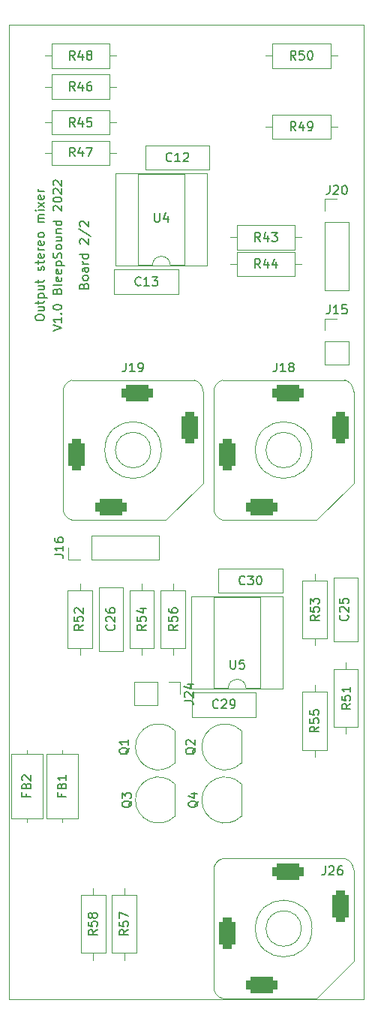
<source format=gto>
G04 #@! TF.GenerationSoftware,KiCad,Pcbnew,(6.0.0)*
G04 #@! TF.CreationDate,2022-04-30T23:24:42+02:00*
G04 #@! TF.ProjectId,Output-mixer,4f757470-7574-42d6-9d69-7865722e6b69,rev?*
G04 #@! TF.SameCoordinates,Original*
G04 #@! TF.FileFunction,Legend,Top*
G04 #@! TF.FilePolarity,Positive*
%FSLAX46Y46*%
G04 Gerber Fmt 4.6, Leading zero omitted, Abs format (unit mm)*
G04 Created by KiCad (PCBNEW (6.0.0)) date 2022-04-30 23:24:42*
%MOMM*%
%LPD*%
G01*
G04 APERTURE LIST*
G04 Aperture macros list*
%AMRoundRect*
0 Rectangle with rounded corners*
0 $1 Rounding radius*
0 $2 $3 $4 $5 $6 $7 $8 $9 X,Y pos of 4 corners*
0 Add a 4 corners polygon primitive as box body*
4,1,4,$2,$3,$4,$5,$6,$7,$8,$9,$2,$3,0*
0 Add four circle primitives for the rounded corners*
1,1,$1+$1,$2,$3*
1,1,$1+$1,$4,$5*
1,1,$1+$1,$6,$7*
1,1,$1+$1,$8,$9*
0 Add four rect primitives between the rounded corners*
20,1,$1+$1,$2,$3,$4,$5,0*
20,1,$1+$1,$4,$5,$6,$7,0*
20,1,$1+$1,$6,$7,$8,$9,0*
20,1,$1+$1,$8,$9,$2,$3,0*%
G04 Aperture macros list end*
G04 #@! TA.AperFunction,Profile*
%ADD10C,0.050000*%
G04 #@! TD*
%ADD11C,0.150000*%
%ADD12C,0.120000*%
%ADD13C,1.600000*%
%ADD14O,1.600000X1.600000*%
%ADD15RoundRect,0.475000X-0.475000X1.275000X-0.475000X-1.275000X0.475000X-1.275000X0.475000X1.275000X0*%
%ADD16RoundRect,0.475000X1.275000X0.475000X-1.275000X0.475000X-1.275000X-0.475000X1.275000X-0.475000X0*%
%ADD17RoundRect,0.475000X-0.565685X-1.237437X1.237437X0.565685X0.565685X1.237437X-1.237437X-0.565685X0*%
%ADD18RoundRect,0.475000X0.475000X-1.275000X0.475000X1.275000X-0.475000X1.275000X-0.475000X-1.275000X0*%
%ADD19R,1.700000X1.700000*%
%ADD20O,1.700000X1.700000*%
%ADD21R,1.500000X1.050000*%
%ADD22O,1.500000X1.050000*%
%ADD23C,3.200000*%
%ADD24R,1.600000X1.600000*%
G04 APERTURE END LIST*
D10*
X161500000Y-31000000D02*
X161500000Y-141000000D01*
X161500000Y-31000000D02*
X201500000Y-31000000D01*
X201500000Y-141000000D02*
X161500000Y-141000000D01*
X201500000Y-31000000D02*
X201500000Y-141000000D01*
D11*
X166452380Y-65547619D02*
X167452380Y-65214285D01*
X166452380Y-64880952D01*
X167452380Y-64023809D02*
X167452380Y-64595238D01*
X167452380Y-64309523D02*
X166452380Y-64309523D01*
X166595238Y-64404761D01*
X166690476Y-64500000D01*
X166738095Y-64595238D01*
X167357142Y-63595238D02*
X167404761Y-63547619D01*
X167452380Y-63595238D01*
X167404761Y-63642857D01*
X167357142Y-63595238D01*
X167452380Y-63595238D01*
X166452380Y-62928571D02*
X166452380Y-62833333D01*
X166500000Y-62738095D01*
X166547619Y-62690476D01*
X166642857Y-62642857D01*
X166833333Y-62595238D01*
X167071428Y-62595238D01*
X167261904Y-62642857D01*
X167357142Y-62690476D01*
X167404761Y-62738095D01*
X167452380Y-62833333D01*
X167452380Y-62928571D01*
X167404761Y-63023809D01*
X167357142Y-63071428D01*
X167261904Y-63119047D01*
X167071428Y-63166666D01*
X166833333Y-63166666D01*
X166642857Y-63119047D01*
X166547619Y-63071428D01*
X166500000Y-63023809D01*
X166452380Y-62928571D01*
X166928571Y-61071428D02*
X166976190Y-60928571D01*
X167023809Y-60880952D01*
X167119047Y-60833333D01*
X167261904Y-60833333D01*
X167357142Y-60880952D01*
X167404761Y-60928571D01*
X167452380Y-61023809D01*
X167452380Y-61404761D01*
X166452380Y-61404761D01*
X166452380Y-61071428D01*
X166500000Y-60976190D01*
X166547619Y-60928571D01*
X166642857Y-60880952D01*
X166738095Y-60880952D01*
X166833333Y-60928571D01*
X166880952Y-60976190D01*
X166928571Y-61071428D01*
X166928571Y-61404761D01*
X167452380Y-60261904D02*
X167404761Y-60357142D01*
X167309523Y-60404761D01*
X166452380Y-60404761D01*
X167404761Y-59500000D02*
X167452380Y-59595238D01*
X167452380Y-59785714D01*
X167404761Y-59880952D01*
X167309523Y-59928571D01*
X166928571Y-59928571D01*
X166833333Y-59880952D01*
X166785714Y-59785714D01*
X166785714Y-59595238D01*
X166833333Y-59500000D01*
X166928571Y-59452380D01*
X167023809Y-59452380D01*
X167119047Y-59928571D01*
X167404761Y-58642857D02*
X167452380Y-58738095D01*
X167452380Y-58928571D01*
X167404761Y-59023809D01*
X167309523Y-59071428D01*
X166928571Y-59071428D01*
X166833333Y-59023809D01*
X166785714Y-58928571D01*
X166785714Y-58738095D01*
X166833333Y-58642857D01*
X166928571Y-58595238D01*
X167023809Y-58595238D01*
X167119047Y-59071428D01*
X166785714Y-58166666D02*
X167785714Y-58166666D01*
X166833333Y-58166666D02*
X166785714Y-58071428D01*
X166785714Y-57880952D01*
X166833333Y-57785714D01*
X166880952Y-57738095D01*
X166976190Y-57690476D01*
X167261904Y-57690476D01*
X167357142Y-57738095D01*
X167404761Y-57785714D01*
X167452380Y-57880952D01*
X167452380Y-58071428D01*
X167404761Y-58166666D01*
X167404761Y-57309523D02*
X167452380Y-57166666D01*
X167452380Y-56928571D01*
X167404761Y-56833333D01*
X167357142Y-56785714D01*
X167261904Y-56738095D01*
X167166666Y-56738095D01*
X167071428Y-56785714D01*
X167023809Y-56833333D01*
X166976190Y-56928571D01*
X166928571Y-57119047D01*
X166880952Y-57214285D01*
X166833333Y-57261904D01*
X166738095Y-57309523D01*
X166642857Y-57309523D01*
X166547619Y-57261904D01*
X166500000Y-57214285D01*
X166452380Y-57119047D01*
X166452380Y-56880952D01*
X166500000Y-56738095D01*
X167452380Y-56166666D02*
X167404761Y-56261904D01*
X167357142Y-56309523D01*
X167261904Y-56357142D01*
X166976190Y-56357142D01*
X166880952Y-56309523D01*
X166833333Y-56261904D01*
X166785714Y-56166666D01*
X166785714Y-56023809D01*
X166833333Y-55928571D01*
X166880952Y-55880952D01*
X166976190Y-55833333D01*
X167261904Y-55833333D01*
X167357142Y-55880952D01*
X167404761Y-55928571D01*
X167452380Y-56023809D01*
X167452380Y-56166666D01*
X166785714Y-54976190D02*
X167452380Y-54976190D01*
X166785714Y-55404761D02*
X167309523Y-55404761D01*
X167404761Y-55357142D01*
X167452380Y-55261904D01*
X167452380Y-55119047D01*
X167404761Y-55023809D01*
X167357142Y-54976190D01*
X166785714Y-54500000D02*
X167452380Y-54500000D01*
X166880952Y-54500000D02*
X166833333Y-54452380D01*
X166785714Y-54357142D01*
X166785714Y-54214285D01*
X166833333Y-54119047D01*
X166928571Y-54071428D01*
X167452380Y-54071428D01*
X167452380Y-53166666D02*
X166452380Y-53166666D01*
X167404761Y-53166666D02*
X167452380Y-53261904D01*
X167452380Y-53452380D01*
X167404761Y-53547619D01*
X167357142Y-53595238D01*
X167261904Y-53642857D01*
X166976190Y-53642857D01*
X166880952Y-53595238D01*
X166833333Y-53547619D01*
X166785714Y-53452380D01*
X166785714Y-53261904D01*
X166833333Y-53166666D01*
X166547619Y-51976190D02*
X166500000Y-51928571D01*
X166452380Y-51833333D01*
X166452380Y-51595238D01*
X166500000Y-51500000D01*
X166547619Y-51452380D01*
X166642857Y-51404761D01*
X166738095Y-51404761D01*
X166880952Y-51452380D01*
X167452380Y-52023809D01*
X167452380Y-51404761D01*
X166452380Y-50785714D02*
X166452380Y-50690476D01*
X166500000Y-50595238D01*
X166547619Y-50547619D01*
X166642857Y-50500000D01*
X166833333Y-50452380D01*
X167071428Y-50452380D01*
X167261904Y-50500000D01*
X167357142Y-50547619D01*
X167404761Y-50595238D01*
X167452380Y-50690476D01*
X167452380Y-50785714D01*
X167404761Y-50880952D01*
X167357142Y-50928571D01*
X167261904Y-50976190D01*
X167071428Y-51023809D01*
X166833333Y-51023809D01*
X166642857Y-50976190D01*
X166547619Y-50928571D01*
X166500000Y-50880952D01*
X166452380Y-50785714D01*
X166547619Y-50071428D02*
X166500000Y-50023809D01*
X166452380Y-49928571D01*
X166452380Y-49690476D01*
X166500000Y-49595238D01*
X166547619Y-49547619D01*
X166642857Y-49500000D01*
X166738095Y-49500000D01*
X166880952Y-49547619D01*
X167452380Y-50119047D01*
X167452380Y-49500000D01*
X166547619Y-49119047D02*
X166500000Y-49071428D01*
X166452380Y-48976190D01*
X166452380Y-48738095D01*
X166500000Y-48642857D01*
X166547619Y-48595238D01*
X166642857Y-48547619D01*
X166738095Y-48547619D01*
X166880952Y-48595238D01*
X167452380Y-49166666D01*
X167452380Y-48547619D01*
X164452380Y-64142857D02*
X164452380Y-63952380D01*
X164500000Y-63857142D01*
X164595238Y-63761904D01*
X164785714Y-63714285D01*
X165119047Y-63714285D01*
X165309523Y-63761904D01*
X165404761Y-63857142D01*
X165452380Y-63952380D01*
X165452380Y-64142857D01*
X165404761Y-64238095D01*
X165309523Y-64333333D01*
X165119047Y-64380952D01*
X164785714Y-64380952D01*
X164595238Y-64333333D01*
X164500000Y-64238095D01*
X164452380Y-64142857D01*
X164785714Y-62857142D02*
X165452380Y-62857142D01*
X164785714Y-63285714D02*
X165309523Y-63285714D01*
X165404761Y-63238095D01*
X165452380Y-63142857D01*
X165452380Y-63000000D01*
X165404761Y-62904761D01*
X165357142Y-62857142D01*
X164785714Y-62523809D02*
X164785714Y-62142857D01*
X164452380Y-62380952D02*
X165309523Y-62380952D01*
X165404761Y-62333333D01*
X165452380Y-62238095D01*
X165452380Y-62142857D01*
X164785714Y-61809523D02*
X165785714Y-61809523D01*
X164833333Y-61809523D02*
X164785714Y-61714285D01*
X164785714Y-61523809D01*
X164833333Y-61428571D01*
X164880952Y-61380952D01*
X164976190Y-61333333D01*
X165261904Y-61333333D01*
X165357142Y-61380952D01*
X165404761Y-61428571D01*
X165452380Y-61523809D01*
X165452380Y-61714285D01*
X165404761Y-61809523D01*
X164785714Y-60476190D02*
X165452380Y-60476190D01*
X164785714Y-60904761D02*
X165309523Y-60904761D01*
X165404761Y-60857142D01*
X165452380Y-60761904D01*
X165452380Y-60619047D01*
X165404761Y-60523809D01*
X165357142Y-60476190D01*
X164785714Y-60142857D02*
X164785714Y-59761904D01*
X164452380Y-60000000D02*
X165309523Y-60000000D01*
X165404761Y-59952380D01*
X165452380Y-59857142D01*
X165452380Y-59761904D01*
X165404761Y-58714285D02*
X165452380Y-58619047D01*
X165452380Y-58428571D01*
X165404761Y-58333333D01*
X165309523Y-58285714D01*
X165261904Y-58285714D01*
X165166666Y-58333333D01*
X165119047Y-58428571D01*
X165119047Y-58571428D01*
X165071428Y-58666666D01*
X164976190Y-58714285D01*
X164928571Y-58714285D01*
X164833333Y-58666666D01*
X164785714Y-58571428D01*
X164785714Y-58428571D01*
X164833333Y-58333333D01*
X164785714Y-58000000D02*
X164785714Y-57619047D01*
X164452380Y-57857142D02*
X165309523Y-57857142D01*
X165404761Y-57809523D01*
X165452380Y-57714285D01*
X165452380Y-57619047D01*
X165404761Y-56904761D02*
X165452380Y-57000000D01*
X165452380Y-57190476D01*
X165404761Y-57285714D01*
X165309523Y-57333333D01*
X164928571Y-57333333D01*
X164833333Y-57285714D01*
X164785714Y-57190476D01*
X164785714Y-57000000D01*
X164833333Y-56904761D01*
X164928571Y-56857142D01*
X165023809Y-56857142D01*
X165119047Y-57333333D01*
X165452380Y-56428571D02*
X164785714Y-56428571D01*
X164976190Y-56428571D02*
X164880952Y-56380952D01*
X164833333Y-56333333D01*
X164785714Y-56238095D01*
X164785714Y-56142857D01*
X165404761Y-55428571D02*
X165452380Y-55523809D01*
X165452380Y-55714285D01*
X165404761Y-55809523D01*
X165309523Y-55857142D01*
X164928571Y-55857142D01*
X164833333Y-55809523D01*
X164785714Y-55714285D01*
X164785714Y-55523809D01*
X164833333Y-55428571D01*
X164928571Y-55380952D01*
X165023809Y-55380952D01*
X165119047Y-55857142D01*
X165452380Y-54809523D02*
X165404761Y-54904761D01*
X165357142Y-54952380D01*
X165261904Y-55000000D01*
X164976190Y-55000000D01*
X164880952Y-54952380D01*
X164833333Y-54904761D01*
X164785714Y-54809523D01*
X164785714Y-54666666D01*
X164833333Y-54571428D01*
X164880952Y-54523809D01*
X164976190Y-54476190D01*
X165261904Y-54476190D01*
X165357142Y-54523809D01*
X165404761Y-54571428D01*
X165452380Y-54666666D01*
X165452380Y-54809523D01*
X165452380Y-53285714D02*
X164785714Y-53285714D01*
X164880952Y-53285714D02*
X164833333Y-53238095D01*
X164785714Y-53142857D01*
X164785714Y-53000000D01*
X164833333Y-52904761D01*
X164928571Y-52857142D01*
X165452380Y-52857142D01*
X164928571Y-52857142D02*
X164833333Y-52809523D01*
X164785714Y-52714285D01*
X164785714Y-52571428D01*
X164833333Y-52476190D01*
X164928571Y-52428571D01*
X165452380Y-52428571D01*
X165452380Y-51952380D02*
X164785714Y-51952380D01*
X164452380Y-51952380D02*
X164500000Y-52000000D01*
X164547619Y-51952380D01*
X164500000Y-51904761D01*
X164452380Y-51952380D01*
X164547619Y-51952380D01*
X165452380Y-51571428D02*
X164785714Y-51047619D01*
X164785714Y-51571428D02*
X165452380Y-51047619D01*
X165404761Y-50285714D02*
X165452380Y-50380952D01*
X165452380Y-50571428D01*
X165404761Y-50666666D01*
X165309523Y-50714285D01*
X164928571Y-50714285D01*
X164833333Y-50666666D01*
X164785714Y-50571428D01*
X164785714Y-50380952D01*
X164833333Y-50285714D01*
X164928571Y-50238095D01*
X165023809Y-50238095D01*
X165119047Y-50714285D01*
X165452380Y-49809523D02*
X164785714Y-49809523D01*
X164976190Y-49809523D02*
X164880952Y-49761904D01*
X164833333Y-49714285D01*
X164785714Y-49619047D01*
X164785714Y-49523809D01*
X169928571Y-60452380D02*
X169976190Y-60309523D01*
X170023809Y-60261904D01*
X170119047Y-60214285D01*
X170261904Y-60214285D01*
X170357142Y-60261904D01*
X170404761Y-60309523D01*
X170452380Y-60404761D01*
X170452380Y-60785714D01*
X169452380Y-60785714D01*
X169452380Y-60452380D01*
X169500000Y-60357142D01*
X169547619Y-60309523D01*
X169642857Y-60261904D01*
X169738095Y-60261904D01*
X169833333Y-60309523D01*
X169880952Y-60357142D01*
X169928571Y-60452380D01*
X169928571Y-60785714D01*
X170452380Y-59642857D02*
X170404761Y-59738095D01*
X170357142Y-59785714D01*
X170261904Y-59833333D01*
X169976190Y-59833333D01*
X169880952Y-59785714D01*
X169833333Y-59738095D01*
X169785714Y-59642857D01*
X169785714Y-59500000D01*
X169833333Y-59404761D01*
X169880952Y-59357142D01*
X169976190Y-59309523D01*
X170261904Y-59309523D01*
X170357142Y-59357142D01*
X170404761Y-59404761D01*
X170452380Y-59500000D01*
X170452380Y-59642857D01*
X170452380Y-58452380D02*
X169928571Y-58452380D01*
X169833333Y-58500000D01*
X169785714Y-58595238D01*
X169785714Y-58785714D01*
X169833333Y-58880952D01*
X170404761Y-58452380D02*
X170452380Y-58547619D01*
X170452380Y-58785714D01*
X170404761Y-58880952D01*
X170309523Y-58928571D01*
X170214285Y-58928571D01*
X170119047Y-58880952D01*
X170071428Y-58785714D01*
X170071428Y-58547619D01*
X170023809Y-58452380D01*
X170452380Y-57976190D02*
X169785714Y-57976190D01*
X169976190Y-57976190D02*
X169880952Y-57928571D01*
X169833333Y-57880952D01*
X169785714Y-57785714D01*
X169785714Y-57690476D01*
X170452380Y-56928571D02*
X169452380Y-56928571D01*
X170404761Y-56928571D02*
X170452380Y-57023809D01*
X170452380Y-57214285D01*
X170404761Y-57309523D01*
X170357142Y-57357142D01*
X170261904Y-57404761D01*
X169976190Y-57404761D01*
X169880952Y-57357142D01*
X169833333Y-57309523D01*
X169785714Y-57214285D01*
X169785714Y-57023809D01*
X169833333Y-56928571D01*
X169547619Y-55738095D02*
X169500000Y-55690476D01*
X169452380Y-55595238D01*
X169452380Y-55357142D01*
X169500000Y-55261904D01*
X169547619Y-55214285D01*
X169642857Y-55166666D01*
X169738095Y-55166666D01*
X169880952Y-55214285D01*
X170452380Y-55785714D01*
X170452380Y-55166666D01*
X169404761Y-54023809D02*
X170690476Y-54880952D01*
X169547619Y-53738095D02*
X169500000Y-53690476D01*
X169452380Y-53595238D01*
X169452380Y-53357142D01*
X169500000Y-53261904D01*
X169547619Y-53214285D01*
X169642857Y-53166666D01*
X169738095Y-53166666D01*
X169880952Y-53214285D01*
X170452380Y-53785714D01*
X170452380Y-53166666D01*
X196502380Y-97642857D02*
X196026190Y-97976190D01*
X196502380Y-98214285D02*
X195502380Y-98214285D01*
X195502380Y-97833333D01*
X195550000Y-97738095D01*
X195597619Y-97690476D01*
X195692857Y-97642857D01*
X195835714Y-97642857D01*
X195930952Y-97690476D01*
X195978571Y-97738095D01*
X196026190Y-97833333D01*
X196026190Y-98214285D01*
X195502380Y-96738095D02*
X195502380Y-97214285D01*
X195978571Y-97261904D01*
X195930952Y-97214285D01*
X195883333Y-97119047D01*
X195883333Y-96880952D01*
X195930952Y-96785714D01*
X195978571Y-96738095D01*
X196073809Y-96690476D01*
X196311904Y-96690476D01*
X196407142Y-96738095D01*
X196454761Y-96785714D01*
X196502380Y-96880952D01*
X196502380Y-97119047D01*
X196454761Y-97214285D01*
X196407142Y-97261904D01*
X195502380Y-96357142D02*
X195502380Y-95738095D01*
X195883333Y-96071428D01*
X195883333Y-95928571D01*
X195930952Y-95833333D01*
X195978571Y-95785714D01*
X196073809Y-95738095D01*
X196311904Y-95738095D01*
X196407142Y-95785714D01*
X196454761Y-95833333D01*
X196502380Y-95928571D01*
X196502380Y-96214285D01*
X196454761Y-96309523D01*
X196407142Y-96357142D01*
X174690476Y-69152380D02*
X174690476Y-69866666D01*
X174642857Y-70009523D01*
X174547619Y-70104761D01*
X174404761Y-70152380D01*
X174309523Y-70152380D01*
X175690476Y-70152380D02*
X175119047Y-70152380D01*
X175404761Y-70152380D02*
X175404761Y-69152380D01*
X175309523Y-69295238D01*
X175214285Y-69390476D01*
X175119047Y-69438095D01*
X176166666Y-70152380D02*
X176357142Y-70152380D01*
X176452380Y-70104761D01*
X176500000Y-70057142D01*
X176595238Y-69914285D01*
X176642857Y-69723809D01*
X176642857Y-69342857D01*
X176595238Y-69247619D01*
X176547619Y-69200000D01*
X176452380Y-69152380D01*
X176261904Y-69152380D01*
X176166666Y-69200000D01*
X176119047Y-69247619D01*
X176071428Y-69342857D01*
X176071428Y-69580952D01*
X176119047Y-69676190D01*
X176166666Y-69723809D01*
X176261904Y-69771428D01*
X176452380Y-69771428D01*
X176547619Y-69723809D01*
X176595238Y-69676190D01*
X176642857Y-69580952D01*
X171452380Y-133142857D02*
X170976190Y-133476190D01*
X171452380Y-133714285D02*
X170452380Y-133714285D01*
X170452380Y-133333333D01*
X170500000Y-133238095D01*
X170547619Y-133190476D01*
X170642857Y-133142857D01*
X170785714Y-133142857D01*
X170880952Y-133190476D01*
X170928571Y-133238095D01*
X170976190Y-133333333D01*
X170976190Y-133714285D01*
X170452380Y-132238095D02*
X170452380Y-132714285D01*
X170928571Y-132761904D01*
X170880952Y-132714285D01*
X170833333Y-132619047D01*
X170833333Y-132380952D01*
X170880952Y-132285714D01*
X170928571Y-132238095D01*
X171023809Y-132190476D01*
X171261904Y-132190476D01*
X171357142Y-132238095D01*
X171404761Y-132285714D01*
X171452380Y-132380952D01*
X171452380Y-132619047D01*
X171404761Y-132714285D01*
X171357142Y-132761904D01*
X170880952Y-131619047D02*
X170833333Y-131714285D01*
X170785714Y-131761904D01*
X170690476Y-131809523D01*
X170642857Y-131809523D01*
X170547619Y-131761904D01*
X170500000Y-131714285D01*
X170452380Y-131619047D01*
X170452380Y-131428571D01*
X170500000Y-131333333D01*
X170547619Y-131285714D01*
X170642857Y-131238095D01*
X170690476Y-131238095D01*
X170785714Y-131285714D01*
X170833333Y-131333333D01*
X170880952Y-131428571D01*
X170880952Y-131619047D01*
X170928571Y-131714285D01*
X170976190Y-131761904D01*
X171071428Y-131809523D01*
X171261904Y-131809523D01*
X171357142Y-131761904D01*
X171404761Y-131714285D01*
X171452380Y-131619047D01*
X171452380Y-131428571D01*
X171404761Y-131333333D01*
X171357142Y-131285714D01*
X171261904Y-131238095D01*
X171071428Y-131238095D01*
X170976190Y-131285714D01*
X170928571Y-131333333D01*
X170880952Y-131428571D01*
X197690476Y-49122380D02*
X197690476Y-49836666D01*
X197642857Y-49979523D01*
X197547619Y-50074761D01*
X197404761Y-50122380D01*
X197309523Y-50122380D01*
X198119047Y-49217619D02*
X198166666Y-49170000D01*
X198261904Y-49122380D01*
X198500000Y-49122380D01*
X198595238Y-49170000D01*
X198642857Y-49217619D01*
X198690476Y-49312857D01*
X198690476Y-49408095D01*
X198642857Y-49550952D01*
X198071428Y-50122380D01*
X198690476Y-50122380D01*
X199309523Y-49122380D02*
X199404761Y-49122380D01*
X199500000Y-49170000D01*
X199547619Y-49217619D01*
X199595238Y-49312857D01*
X199642857Y-49503333D01*
X199642857Y-49741428D01*
X199595238Y-49931904D01*
X199547619Y-50027142D01*
X199500000Y-50074761D01*
X199404761Y-50122380D01*
X199309523Y-50122380D01*
X199214285Y-50074761D01*
X199166666Y-50027142D01*
X199119047Y-49931904D01*
X199071428Y-49741428D01*
X199071428Y-49503333D01*
X199119047Y-49312857D01*
X199166666Y-49217619D01*
X199214285Y-49170000D01*
X199309523Y-49122380D01*
X182547619Y-112595238D02*
X182500000Y-112690476D01*
X182404761Y-112785714D01*
X182261904Y-112928571D01*
X182214285Y-113023809D01*
X182214285Y-113119047D01*
X182452380Y-113071428D02*
X182404761Y-113166666D01*
X182309523Y-113261904D01*
X182119047Y-113309523D01*
X181785714Y-113309523D01*
X181595238Y-113261904D01*
X181500000Y-113166666D01*
X181452380Y-113071428D01*
X181452380Y-112880952D01*
X181500000Y-112785714D01*
X181595238Y-112690476D01*
X181785714Y-112642857D01*
X182119047Y-112642857D01*
X182309523Y-112690476D01*
X182404761Y-112785714D01*
X182452380Y-112880952D01*
X182452380Y-113071428D01*
X181547619Y-112261904D02*
X181500000Y-112214285D01*
X181452380Y-112119047D01*
X181452380Y-111880952D01*
X181500000Y-111785714D01*
X181547619Y-111738095D01*
X181642857Y-111690476D01*
X181738095Y-111690476D01*
X181880952Y-111738095D01*
X182452380Y-112309523D01*
X182452380Y-111690476D01*
X197690476Y-62622380D02*
X197690476Y-63336666D01*
X197642857Y-63479523D01*
X197547619Y-63574761D01*
X197404761Y-63622380D01*
X197309523Y-63622380D01*
X198690476Y-63622380D02*
X198119047Y-63622380D01*
X198404761Y-63622380D02*
X198404761Y-62622380D01*
X198309523Y-62765238D01*
X198214285Y-62860476D01*
X198119047Y-62908095D01*
X199595238Y-62622380D02*
X199119047Y-62622380D01*
X199071428Y-63098571D01*
X199119047Y-63050952D01*
X199214285Y-63003333D01*
X199452380Y-63003333D01*
X199547619Y-63050952D01*
X199595238Y-63098571D01*
X199642857Y-63193809D01*
X199642857Y-63431904D01*
X199595238Y-63527142D01*
X199547619Y-63574761D01*
X199452380Y-63622380D01*
X199214285Y-63622380D01*
X199119047Y-63574761D01*
X199071428Y-63527142D01*
X167428571Y-117753333D02*
X167428571Y-118086666D01*
X167952380Y-118086666D02*
X166952380Y-118086666D01*
X166952380Y-117610476D01*
X167428571Y-116896190D02*
X167476190Y-116753333D01*
X167523809Y-116705714D01*
X167619047Y-116658095D01*
X167761904Y-116658095D01*
X167857142Y-116705714D01*
X167904761Y-116753333D01*
X167952380Y-116848571D01*
X167952380Y-117229523D01*
X166952380Y-117229523D01*
X166952380Y-116896190D01*
X167000000Y-116800952D01*
X167047619Y-116753333D01*
X167142857Y-116705714D01*
X167238095Y-116705714D01*
X167333333Y-116753333D01*
X167380952Y-116800952D01*
X167428571Y-116896190D01*
X167428571Y-117229523D01*
X167952380Y-115705714D02*
X167952380Y-116277142D01*
X167952380Y-115991428D02*
X166952380Y-115991428D01*
X167095238Y-116086666D01*
X167190476Y-116181904D01*
X167238095Y-116277142D01*
X182847619Y-118595238D02*
X182800000Y-118690476D01*
X182704761Y-118785714D01*
X182561904Y-118928571D01*
X182514285Y-119023809D01*
X182514285Y-119119047D01*
X182752380Y-119071428D02*
X182704761Y-119166666D01*
X182609523Y-119261904D01*
X182419047Y-119309523D01*
X182085714Y-119309523D01*
X181895238Y-119261904D01*
X181800000Y-119166666D01*
X181752380Y-119071428D01*
X181752380Y-118880952D01*
X181800000Y-118785714D01*
X181895238Y-118690476D01*
X182085714Y-118642857D01*
X182419047Y-118642857D01*
X182609523Y-118690476D01*
X182704761Y-118785714D01*
X182752380Y-118880952D01*
X182752380Y-119071428D01*
X182085714Y-117785714D02*
X182752380Y-117785714D01*
X181704761Y-118023809D02*
X182419047Y-118261904D01*
X182419047Y-117642857D01*
X168937142Y-34952380D02*
X168603809Y-34476190D01*
X168365714Y-34952380D02*
X168365714Y-33952380D01*
X168746666Y-33952380D01*
X168841904Y-34000000D01*
X168889523Y-34047619D01*
X168937142Y-34142857D01*
X168937142Y-34285714D01*
X168889523Y-34380952D01*
X168841904Y-34428571D01*
X168746666Y-34476190D01*
X168365714Y-34476190D01*
X169794285Y-34285714D02*
X169794285Y-34952380D01*
X169556190Y-33904761D02*
X169318095Y-34619047D01*
X169937142Y-34619047D01*
X170460952Y-34380952D02*
X170365714Y-34333333D01*
X170318095Y-34285714D01*
X170270476Y-34190476D01*
X170270476Y-34142857D01*
X170318095Y-34047619D01*
X170365714Y-34000000D01*
X170460952Y-33952380D01*
X170651428Y-33952380D01*
X170746666Y-34000000D01*
X170794285Y-34047619D01*
X170841904Y-34142857D01*
X170841904Y-34190476D01*
X170794285Y-34285714D01*
X170746666Y-34333333D01*
X170651428Y-34380952D01*
X170460952Y-34380952D01*
X170365714Y-34428571D01*
X170318095Y-34476190D01*
X170270476Y-34571428D01*
X170270476Y-34761904D01*
X170318095Y-34857142D01*
X170365714Y-34904761D01*
X170460952Y-34952380D01*
X170651428Y-34952380D01*
X170746666Y-34904761D01*
X170794285Y-34857142D01*
X170841904Y-34761904D01*
X170841904Y-34571428D01*
X170794285Y-34476190D01*
X170746666Y-34428571D01*
X170651428Y-34380952D01*
X196452380Y-110222857D02*
X195976190Y-110556190D01*
X196452380Y-110794285D02*
X195452380Y-110794285D01*
X195452380Y-110413333D01*
X195500000Y-110318095D01*
X195547619Y-110270476D01*
X195642857Y-110222857D01*
X195785714Y-110222857D01*
X195880952Y-110270476D01*
X195928571Y-110318095D01*
X195976190Y-110413333D01*
X195976190Y-110794285D01*
X195452380Y-109318095D02*
X195452380Y-109794285D01*
X195928571Y-109841904D01*
X195880952Y-109794285D01*
X195833333Y-109699047D01*
X195833333Y-109460952D01*
X195880952Y-109365714D01*
X195928571Y-109318095D01*
X196023809Y-109270476D01*
X196261904Y-109270476D01*
X196357142Y-109318095D01*
X196404761Y-109365714D01*
X196452380Y-109460952D01*
X196452380Y-109699047D01*
X196404761Y-109794285D01*
X196357142Y-109841904D01*
X195452380Y-108365714D02*
X195452380Y-108841904D01*
X195928571Y-108889523D01*
X195880952Y-108841904D01*
X195833333Y-108746666D01*
X195833333Y-108508571D01*
X195880952Y-108413333D01*
X195928571Y-108365714D01*
X196023809Y-108318095D01*
X196261904Y-108318095D01*
X196357142Y-108365714D01*
X196404761Y-108413333D01*
X196452380Y-108508571D01*
X196452380Y-108746666D01*
X196404761Y-108841904D01*
X196357142Y-108889523D01*
X200052380Y-107642857D02*
X199576190Y-107976190D01*
X200052380Y-108214285D02*
X199052380Y-108214285D01*
X199052380Y-107833333D01*
X199100000Y-107738095D01*
X199147619Y-107690476D01*
X199242857Y-107642857D01*
X199385714Y-107642857D01*
X199480952Y-107690476D01*
X199528571Y-107738095D01*
X199576190Y-107833333D01*
X199576190Y-108214285D01*
X199052380Y-106738095D02*
X199052380Y-107214285D01*
X199528571Y-107261904D01*
X199480952Y-107214285D01*
X199433333Y-107119047D01*
X199433333Y-106880952D01*
X199480952Y-106785714D01*
X199528571Y-106738095D01*
X199623809Y-106690476D01*
X199861904Y-106690476D01*
X199957142Y-106738095D01*
X200004761Y-106785714D01*
X200052380Y-106880952D01*
X200052380Y-107119047D01*
X200004761Y-107214285D01*
X199957142Y-107261904D01*
X200052380Y-105738095D02*
X200052380Y-106309523D01*
X200052380Y-106023809D02*
X199052380Y-106023809D01*
X199195238Y-106119047D01*
X199290476Y-106214285D01*
X199338095Y-106309523D01*
X191690476Y-69152380D02*
X191690476Y-69866666D01*
X191642857Y-70009523D01*
X191547619Y-70104761D01*
X191404761Y-70152380D01*
X191309523Y-70152380D01*
X192690476Y-70152380D02*
X192119047Y-70152380D01*
X192404761Y-70152380D02*
X192404761Y-69152380D01*
X192309523Y-69295238D01*
X192214285Y-69390476D01*
X192119047Y-69438095D01*
X193261904Y-69580952D02*
X193166666Y-69533333D01*
X193119047Y-69485714D01*
X193071428Y-69390476D01*
X193071428Y-69342857D01*
X193119047Y-69247619D01*
X193166666Y-69200000D01*
X193261904Y-69152380D01*
X193452380Y-69152380D01*
X193547619Y-69200000D01*
X193595238Y-69247619D01*
X193642857Y-69342857D01*
X193642857Y-69390476D01*
X193595238Y-69485714D01*
X193547619Y-69533333D01*
X193452380Y-69580952D01*
X193261904Y-69580952D01*
X193166666Y-69628571D01*
X193119047Y-69676190D01*
X193071428Y-69771428D01*
X193071428Y-69961904D01*
X193119047Y-70057142D01*
X193166666Y-70104761D01*
X193261904Y-70152380D01*
X193452380Y-70152380D01*
X193547619Y-70104761D01*
X193595238Y-70057142D01*
X193642857Y-69961904D01*
X193642857Y-69771428D01*
X193595238Y-69676190D01*
X193547619Y-69628571D01*
X193452380Y-69580952D01*
X176357142Y-60357142D02*
X176309523Y-60404761D01*
X176166666Y-60452380D01*
X176071428Y-60452380D01*
X175928571Y-60404761D01*
X175833333Y-60309523D01*
X175785714Y-60214285D01*
X175738095Y-60023809D01*
X175738095Y-59880952D01*
X175785714Y-59690476D01*
X175833333Y-59595238D01*
X175928571Y-59500000D01*
X176071428Y-59452380D01*
X176166666Y-59452380D01*
X176309523Y-59500000D01*
X176357142Y-59547619D01*
X177309523Y-60452380D02*
X176738095Y-60452380D01*
X177023809Y-60452380D02*
X177023809Y-59452380D01*
X176928571Y-59595238D01*
X176833333Y-59690476D01*
X176738095Y-59738095D01*
X177642857Y-59452380D02*
X178261904Y-59452380D01*
X177928571Y-59833333D01*
X178071428Y-59833333D01*
X178166666Y-59880952D01*
X178214285Y-59928571D01*
X178261904Y-60023809D01*
X178261904Y-60261904D01*
X178214285Y-60357142D01*
X178166666Y-60404761D01*
X178071428Y-60452380D01*
X177785714Y-60452380D01*
X177690476Y-60404761D01*
X177642857Y-60357142D01*
X168937142Y-42502380D02*
X168603809Y-42026190D01*
X168365714Y-42502380D02*
X168365714Y-41502380D01*
X168746666Y-41502380D01*
X168841904Y-41550000D01*
X168889523Y-41597619D01*
X168937142Y-41692857D01*
X168937142Y-41835714D01*
X168889523Y-41930952D01*
X168841904Y-41978571D01*
X168746666Y-42026190D01*
X168365714Y-42026190D01*
X169794285Y-41835714D02*
X169794285Y-42502380D01*
X169556190Y-41454761D02*
X169318095Y-42169047D01*
X169937142Y-42169047D01*
X170794285Y-41502380D02*
X170318095Y-41502380D01*
X170270476Y-41978571D01*
X170318095Y-41930952D01*
X170413333Y-41883333D01*
X170651428Y-41883333D01*
X170746666Y-41930952D01*
X170794285Y-41978571D01*
X170841904Y-42073809D01*
X170841904Y-42311904D01*
X170794285Y-42407142D01*
X170746666Y-42454761D01*
X170651428Y-42502380D01*
X170413333Y-42502380D01*
X170318095Y-42454761D01*
X170270476Y-42407142D01*
X193857142Y-34952380D02*
X193523809Y-34476190D01*
X193285714Y-34952380D02*
X193285714Y-33952380D01*
X193666666Y-33952380D01*
X193761904Y-34000000D01*
X193809523Y-34047619D01*
X193857142Y-34142857D01*
X193857142Y-34285714D01*
X193809523Y-34380952D01*
X193761904Y-34428571D01*
X193666666Y-34476190D01*
X193285714Y-34476190D01*
X194761904Y-33952380D02*
X194285714Y-33952380D01*
X194238095Y-34428571D01*
X194285714Y-34380952D01*
X194380952Y-34333333D01*
X194619047Y-34333333D01*
X194714285Y-34380952D01*
X194761904Y-34428571D01*
X194809523Y-34523809D01*
X194809523Y-34761904D01*
X194761904Y-34857142D01*
X194714285Y-34904761D01*
X194619047Y-34952380D01*
X194380952Y-34952380D01*
X194285714Y-34904761D01*
X194238095Y-34857142D01*
X195428571Y-33952380D02*
X195523809Y-33952380D01*
X195619047Y-34000000D01*
X195666666Y-34047619D01*
X195714285Y-34142857D01*
X195761904Y-34333333D01*
X195761904Y-34571428D01*
X195714285Y-34761904D01*
X195666666Y-34857142D01*
X195619047Y-34904761D01*
X195523809Y-34952380D01*
X195428571Y-34952380D01*
X195333333Y-34904761D01*
X195285714Y-34857142D01*
X195238095Y-34761904D01*
X195190476Y-34571428D01*
X195190476Y-34333333D01*
X195238095Y-34142857D01*
X195285714Y-34047619D01*
X195333333Y-34000000D01*
X195428571Y-33952380D01*
X175047619Y-112595238D02*
X175000000Y-112690476D01*
X174904761Y-112785714D01*
X174761904Y-112928571D01*
X174714285Y-113023809D01*
X174714285Y-113119047D01*
X174952380Y-113071428D02*
X174904761Y-113166666D01*
X174809523Y-113261904D01*
X174619047Y-113309523D01*
X174285714Y-113309523D01*
X174095238Y-113261904D01*
X174000000Y-113166666D01*
X173952380Y-113071428D01*
X173952380Y-112880952D01*
X174000000Y-112785714D01*
X174095238Y-112690476D01*
X174285714Y-112642857D01*
X174619047Y-112642857D01*
X174809523Y-112690476D01*
X174904761Y-112785714D01*
X174952380Y-112880952D01*
X174952380Y-113071428D01*
X174952380Y-111690476D02*
X174952380Y-112261904D01*
X174952380Y-111976190D02*
X173952380Y-111976190D01*
X174095238Y-112071428D01*
X174190476Y-112166666D01*
X174238095Y-112261904D01*
X169852380Y-98722857D02*
X169376190Y-99056190D01*
X169852380Y-99294285D02*
X168852380Y-99294285D01*
X168852380Y-98913333D01*
X168900000Y-98818095D01*
X168947619Y-98770476D01*
X169042857Y-98722857D01*
X169185714Y-98722857D01*
X169280952Y-98770476D01*
X169328571Y-98818095D01*
X169376190Y-98913333D01*
X169376190Y-99294285D01*
X168852380Y-97818095D02*
X168852380Y-98294285D01*
X169328571Y-98341904D01*
X169280952Y-98294285D01*
X169233333Y-98199047D01*
X169233333Y-97960952D01*
X169280952Y-97865714D01*
X169328571Y-97818095D01*
X169423809Y-97770476D01*
X169661904Y-97770476D01*
X169757142Y-97818095D01*
X169804761Y-97865714D01*
X169852380Y-97960952D01*
X169852380Y-98199047D01*
X169804761Y-98294285D01*
X169757142Y-98341904D01*
X168947619Y-97389523D02*
X168900000Y-97341904D01*
X168852380Y-97246666D01*
X168852380Y-97008571D01*
X168900000Y-96913333D01*
X168947619Y-96865714D01*
X169042857Y-96818095D01*
X169138095Y-96818095D01*
X169280952Y-96865714D01*
X169852380Y-97437142D01*
X169852380Y-96818095D01*
X175347619Y-118595238D02*
X175300000Y-118690476D01*
X175204761Y-118785714D01*
X175061904Y-118928571D01*
X175014285Y-119023809D01*
X175014285Y-119119047D01*
X175252380Y-119071428D02*
X175204761Y-119166666D01*
X175109523Y-119261904D01*
X174919047Y-119309523D01*
X174585714Y-119309523D01*
X174395238Y-119261904D01*
X174300000Y-119166666D01*
X174252380Y-119071428D01*
X174252380Y-118880952D01*
X174300000Y-118785714D01*
X174395238Y-118690476D01*
X174585714Y-118642857D01*
X174919047Y-118642857D01*
X175109523Y-118690476D01*
X175204761Y-118785714D01*
X175252380Y-118880952D01*
X175252380Y-119071428D01*
X174252380Y-118309523D02*
X174252380Y-117690476D01*
X174633333Y-118023809D01*
X174633333Y-117880952D01*
X174680952Y-117785714D01*
X174728571Y-117738095D01*
X174823809Y-117690476D01*
X175061904Y-117690476D01*
X175157142Y-117738095D01*
X175204761Y-117785714D01*
X175252380Y-117880952D01*
X175252380Y-118166666D01*
X175204761Y-118261904D01*
X175157142Y-118309523D01*
X193857142Y-42952380D02*
X193523809Y-42476190D01*
X193285714Y-42952380D02*
X193285714Y-41952380D01*
X193666666Y-41952380D01*
X193761904Y-42000000D01*
X193809523Y-42047619D01*
X193857142Y-42142857D01*
X193857142Y-42285714D01*
X193809523Y-42380952D01*
X193761904Y-42428571D01*
X193666666Y-42476190D01*
X193285714Y-42476190D01*
X194714285Y-42285714D02*
X194714285Y-42952380D01*
X194476190Y-41904761D02*
X194238095Y-42619047D01*
X194857142Y-42619047D01*
X195285714Y-42952380D02*
X195476190Y-42952380D01*
X195571428Y-42904761D01*
X195619047Y-42857142D01*
X195714285Y-42714285D01*
X195761904Y-42523809D01*
X195761904Y-42142857D01*
X195714285Y-42047619D01*
X195666666Y-42000000D01*
X195571428Y-41952380D01*
X195380952Y-41952380D01*
X195285714Y-42000000D01*
X195238095Y-42047619D01*
X195190476Y-42142857D01*
X195190476Y-42380952D01*
X195238095Y-42476190D01*
X195285714Y-42523809D01*
X195380952Y-42571428D01*
X195571428Y-42571428D01*
X195666666Y-42523809D01*
X195714285Y-42476190D01*
X195761904Y-42380952D01*
X166622380Y-90809523D02*
X167336666Y-90809523D01*
X167479523Y-90857142D01*
X167574761Y-90952380D01*
X167622380Y-91095238D01*
X167622380Y-91190476D01*
X167622380Y-89809523D02*
X167622380Y-90380952D01*
X167622380Y-90095238D02*
X166622380Y-90095238D01*
X166765238Y-90190476D01*
X166860476Y-90285714D01*
X166908095Y-90380952D01*
X166622380Y-88952380D02*
X166622380Y-89142857D01*
X166670000Y-89238095D01*
X166717619Y-89285714D01*
X166860476Y-89380952D01*
X167050952Y-89428571D01*
X167431904Y-89428571D01*
X167527142Y-89380952D01*
X167574761Y-89333333D01*
X167622380Y-89238095D01*
X167622380Y-89047619D01*
X167574761Y-88952380D01*
X167527142Y-88904761D01*
X167431904Y-88857142D01*
X167193809Y-88857142D01*
X167098571Y-88904761D01*
X167050952Y-88952380D01*
X167003333Y-89047619D01*
X167003333Y-89238095D01*
X167050952Y-89333333D01*
X167098571Y-89380952D01*
X167193809Y-89428571D01*
X180502380Y-98722857D02*
X180026190Y-99056190D01*
X180502380Y-99294285D02*
X179502380Y-99294285D01*
X179502380Y-98913333D01*
X179550000Y-98818095D01*
X179597619Y-98770476D01*
X179692857Y-98722857D01*
X179835714Y-98722857D01*
X179930952Y-98770476D01*
X179978571Y-98818095D01*
X180026190Y-98913333D01*
X180026190Y-99294285D01*
X179502380Y-97818095D02*
X179502380Y-98294285D01*
X179978571Y-98341904D01*
X179930952Y-98294285D01*
X179883333Y-98199047D01*
X179883333Y-97960952D01*
X179930952Y-97865714D01*
X179978571Y-97818095D01*
X180073809Y-97770476D01*
X180311904Y-97770476D01*
X180407142Y-97818095D01*
X180454761Y-97865714D01*
X180502380Y-97960952D01*
X180502380Y-98199047D01*
X180454761Y-98294285D01*
X180407142Y-98341904D01*
X179502380Y-96913333D02*
X179502380Y-97103809D01*
X179550000Y-97199047D01*
X179597619Y-97246666D01*
X179740476Y-97341904D01*
X179930952Y-97389523D01*
X180311904Y-97389523D01*
X180407142Y-97341904D01*
X180454761Y-97294285D01*
X180502380Y-97199047D01*
X180502380Y-97008571D01*
X180454761Y-96913333D01*
X180407142Y-96865714D01*
X180311904Y-96818095D01*
X180073809Y-96818095D01*
X179978571Y-96865714D01*
X179930952Y-96913333D01*
X179883333Y-97008571D01*
X179883333Y-97199047D01*
X179930952Y-97294285D01*
X179978571Y-97341904D01*
X180073809Y-97389523D01*
X176952380Y-98722857D02*
X176476190Y-99056190D01*
X176952380Y-99294285D02*
X175952380Y-99294285D01*
X175952380Y-98913333D01*
X176000000Y-98818095D01*
X176047619Y-98770476D01*
X176142857Y-98722857D01*
X176285714Y-98722857D01*
X176380952Y-98770476D01*
X176428571Y-98818095D01*
X176476190Y-98913333D01*
X176476190Y-99294285D01*
X175952380Y-97818095D02*
X175952380Y-98294285D01*
X176428571Y-98341904D01*
X176380952Y-98294285D01*
X176333333Y-98199047D01*
X176333333Y-97960952D01*
X176380952Y-97865714D01*
X176428571Y-97818095D01*
X176523809Y-97770476D01*
X176761904Y-97770476D01*
X176857142Y-97818095D01*
X176904761Y-97865714D01*
X176952380Y-97960952D01*
X176952380Y-98199047D01*
X176904761Y-98294285D01*
X176857142Y-98341904D01*
X176285714Y-96913333D02*
X176952380Y-96913333D01*
X175904761Y-97151428D02*
X176619047Y-97389523D01*
X176619047Y-96770476D01*
X179857142Y-46357142D02*
X179809523Y-46404761D01*
X179666666Y-46452380D01*
X179571428Y-46452380D01*
X179428571Y-46404761D01*
X179333333Y-46309523D01*
X179285714Y-46214285D01*
X179238095Y-46023809D01*
X179238095Y-45880952D01*
X179285714Y-45690476D01*
X179333333Y-45595238D01*
X179428571Y-45500000D01*
X179571428Y-45452380D01*
X179666666Y-45452380D01*
X179809523Y-45500000D01*
X179857142Y-45547619D01*
X180809523Y-46452380D02*
X180238095Y-46452380D01*
X180523809Y-46452380D02*
X180523809Y-45452380D01*
X180428571Y-45595238D01*
X180333333Y-45690476D01*
X180238095Y-45738095D01*
X181190476Y-45547619D02*
X181238095Y-45500000D01*
X181333333Y-45452380D01*
X181571428Y-45452380D01*
X181666666Y-45500000D01*
X181714285Y-45547619D01*
X181761904Y-45642857D01*
X181761904Y-45738095D01*
X181714285Y-45880952D01*
X181142857Y-46452380D01*
X181761904Y-46452380D01*
X177928095Y-52252380D02*
X177928095Y-53061904D01*
X177975714Y-53157142D01*
X178023333Y-53204761D01*
X178118571Y-53252380D01*
X178309047Y-53252380D01*
X178404285Y-53204761D01*
X178451904Y-53157142D01*
X178499523Y-53061904D01*
X178499523Y-52252380D01*
X179404285Y-52585714D02*
X179404285Y-53252380D01*
X179166190Y-52204761D02*
X178928095Y-52919047D01*
X179547142Y-52919047D01*
X173357142Y-98722857D02*
X173404761Y-98770476D01*
X173452380Y-98913333D01*
X173452380Y-99008571D01*
X173404761Y-99151428D01*
X173309523Y-99246666D01*
X173214285Y-99294285D01*
X173023809Y-99341904D01*
X172880952Y-99341904D01*
X172690476Y-99294285D01*
X172595238Y-99246666D01*
X172500000Y-99151428D01*
X172452380Y-99008571D01*
X172452380Y-98913333D01*
X172500000Y-98770476D01*
X172547619Y-98722857D01*
X172547619Y-98341904D02*
X172500000Y-98294285D01*
X172452380Y-98199047D01*
X172452380Y-97960952D01*
X172500000Y-97865714D01*
X172547619Y-97818095D01*
X172642857Y-97770476D01*
X172738095Y-97770476D01*
X172880952Y-97818095D01*
X173452380Y-98389523D01*
X173452380Y-97770476D01*
X172452380Y-96913333D02*
X172452380Y-97103809D01*
X172500000Y-97199047D01*
X172547619Y-97246666D01*
X172690476Y-97341904D01*
X172880952Y-97389523D01*
X173261904Y-97389523D01*
X173357142Y-97341904D01*
X173404761Y-97294285D01*
X173452380Y-97199047D01*
X173452380Y-97008571D01*
X173404761Y-96913333D01*
X173357142Y-96865714D01*
X173261904Y-96818095D01*
X173023809Y-96818095D01*
X172928571Y-96865714D01*
X172880952Y-96913333D01*
X172833333Y-97008571D01*
X172833333Y-97199047D01*
X172880952Y-97294285D01*
X172928571Y-97341904D01*
X173023809Y-97389523D01*
X174952380Y-133142857D02*
X174476190Y-133476190D01*
X174952380Y-133714285D02*
X173952380Y-133714285D01*
X173952380Y-133333333D01*
X174000000Y-133238095D01*
X174047619Y-133190476D01*
X174142857Y-133142857D01*
X174285714Y-133142857D01*
X174380952Y-133190476D01*
X174428571Y-133238095D01*
X174476190Y-133333333D01*
X174476190Y-133714285D01*
X173952380Y-132238095D02*
X173952380Y-132714285D01*
X174428571Y-132761904D01*
X174380952Y-132714285D01*
X174333333Y-132619047D01*
X174333333Y-132380952D01*
X174380952Y-132285714D01*
X174428571Y-132238095D01*
X174523809Y-132190476D01*
X174761904Y-132190476D01*
X174857142Y-132238095D01*
X174904761Y-132285714D01*
X174952380Y-132380952D01*
X174952380Y-132619047D01*
X174904761Y-132714285D01*
X174857142Y-132761904D01*
X173952380Y-131857142D02*
X173952380Y-131190476D01*
X174952380Y-131619047D01*
X168917367Y-45852380D02*
X168584034Y-45376190D01*
X168345939Y-45852380D02*
X168345939Y-44852380D01*
X168726891Y-44852380D01*
X168822129Y-44900000D01*
X168869748Y-44947619D01*
X168917367Y-45042857D01*
X168917367Y-45185714D01*
X168869748Y-45280952D01*
X168822129Y-45328571D01*
X168726891Y-45376190D01*
X168345939Y-45376190D01*
X169774510Y-45185714D02*
X169774510Y-45852380D01*
X169536415Y-44804761D02*
X169298320Y-45519047D01*
X169917367Y-45519047D01*
X170203082Y-44852380D02*
X170869748Y-44852380D01*
X170441177Y-45852380D01*
X189857142Y-58452380D02*
X189523809Y-57976190D01*
X189285714Y-58452380D02*
X189285714Y-57452380D01*
X189666666Y-57452380D01*
X189761904Y-57500000D01*
X189809523Y-57547619D01*
X189857142Y-57642857D01*
X189857142Y-57785714D01*
X189809523Y-57880952D01*
X189761904Y-57928571D01*
X189666666Y-57976190D01*
X189285714Y-57976190D01*
X190714285Y-57785714D02*
X190714285Y-58452380D01*
X190476190Y-57404761D02*
X190238095Y-58119047D01*
X190857142Y-58119047D01*
X191666666Y-57785714D02*
X191666666Y-58452380D01*
X191428571Y-57404761D02*
X191190476Y-58119047D01*
X191809523Y-58119047D01*
X163428571Y-117753333D02*
X163428571Y-118086666D01*
X163952380Y-118086666D02*
X162952380Y-118086666D01*
X162952380Y-117610476D01*
X163428571Y-116896190D02*
X163476190Y-116753333D01*
X163523809Y-116705714D01*
X163619047Y-116658095D01*
X163761904Y-116658095D01*
X163857142Y-116705714D01*
X163904761Y-116753333D01*
X163952380Y-116848571D01*
X163952380Y-117229523D01*
X162952380Y-117229523D01*
X162952380Y-116896190D01*
X163000000Y-116800952D01*
X163047619Y-116753333D01*
X163142857Y-116705714D01*
X163238095Y-116705714D01*
X163333333Y-116753333D01*
X163380952Y-116800952D01*
X163428571Y-116896190D01*
X163428571Y-117229523D01*
X163047619Y-116277142D02*
X163000000Y-116229523D01*
X162952380Y-116134285D01*
X162952380Y-115896190D01*
X163000000Y-115800952D01*
X163047619Y-115753333D01*
X163142857Y-115705714D01*
X163238095Y-115705714D01*
X163380952Y-115753333D01*
X163952380Y-116324761D01*
X163952380Y-115705714D01*
X188107142Y-94107142D02*
X188059523Y-94154761D01*
X187916666Y-94202380D01*
X187821428Y-94202380D01*
X187678571Y-94154761D01*
X187583333Y-94059523D01*
X187535714Y-93964285D01*
X187488095Y-93773809D01*
X187488095Y-93630952D01*
X187535714Y-93440476D01*
X187583333Y-93345238D01*
X187678571Y-93250000D01*
X187821428Y-93202380D01*
X187916666Y-93202380D01*
X188059523Y-93250000D01*
X188107142Y-93297619D01*
X188440476Y-93202380D02*
X189059523Y-93202380D01*
X188726190Y-93583333D01*
X188869047Y-93583333D01*
X188964285Y-93630952D01*
X189011904Y-93678571D01*
X189059523Y-93773809D01*
X189059523Y-94011904D01*
X189011904Y-94107142D01*
X188964285Y-94154761D01*
X188869047Y-94202380D01*
X188583333Y-94202380D01*
X188488095Y-94154761D01*
X188440476Y-94107142D01*
X189678571Y-93202380D02*
X189773809Y-93202380D01*
X189869047Y-93250000D01*
X189916666Y-93297619D01*
X189964285Y-93392857D01*
X190011904Y-93583333D01*
X190011904Y-93821428D01*
X189964285Y-94011904D01*
X189916666Y-94107142D01*
X189869047Y-94154761D01*
X189773809Y-94202380D01*
X189678571Y-94202380D01*
X189583333Y-94154761D01*
X189535714Y-94107142D01*
X189488095Y-94011904D01*
X189440476Y-93821428D01*
X189440476Y-93583333D01*
X189488095Y-93392857D01*
X189535714Y-93297619D01*
X189583333Y-93250000D01*
X189678571Y-93202380D01*
X185107142Y-108057142D02*
X185059523Y-108104761D01*
X184916666Y-108152380D01*
X184821428Y-108152380D01*
X184678571Y-108104761D01*
X184583333Y-108009523D01*
X184535714Y-107914285D01*
X184488095Y-107723809D01*
X184488095Y-107580952D01*
X184535714Y-107390476D01*
X184583333Y-107295238D01*
X184678571Y-107200000D01*
X184821428Y-107152380D01*
X184916666Y-107152380D01*
X185059523Y-107200000D01*
X185107142Y-107247619D01*
X185488095Y-107247619D02*
X185535714Y-107200000D01*
X185630952Y-107152380D01*
X185869047Y-107152380D01*
X185964285Y-107200000D01*
X186011904Y-107247619D01*
X186059523Y-107342857D01*
X186059523Y-107438095D01*
X186011904Y-107580952D01*
X185440476Y-108152380D01*
X186059523Y-108152380D01*
X186535714Y-108152380D02*
X186726190Y-108152380D01*
X186821428Y-108104761D01*
X186869047Y-108057142D01*
X186964285Y-107914285D01*
X187011904Y-107723809D01*
X187011904Y-107342857D01*
X186964285Y-107247619D01*
X186916666Y-107200000D01*
X186821428Y-107152380D01*
X186630952Y-107152380D01*
X186535714Y-107200000D01*
X186488095Y-107247619D01*
X186440476Y-107342857D01*
X186440476Y-107580952D01*
X186488095Y-107676190D01*
X186535714Y-107723809D01*
X186630952Y-107771428D01*
X186821428Y-107771428D01*
X186916666Y-107723809D01*
X186964285Y-107676190D01*
X187011904Y-107580952D01*
X168937142Y-38452380D02*
X168603809Y-37976190D01*
X168365714Y-38452380D02*
X168365714Y-37452380D01*
X168746666Y-37452380D01*
X168841904Y-37500000D01*
X168889523Y-37547619D01*
X168937142Y-37642857D01*
X168937142Y-37785714D01*
X168889523Y-37880952D01*
X168841904Y-37928571D01*
X168746666Y-37976190D01*
X168365714Y-37976190D01*
X169794285Y-37785714D02*
X169794285Y-38452380D01*
X169556190Y-37404761D02*
X169318095Y-38119047D01*
X169937142Y-38119047D01*
X170746666Y-37452380D02*
X170556190Y-37452380D01*
X170460952Y-37500000D01*
X170413333Y-37547619D01*
X170318095Y-37690476D01*
X170270476Y-37880952D01*
X170270476Y-38261904D01*
X170318095Y-38357142D01*
X170365714Y-38404761D01*
X170460952Y-38452380D01*
X170651428Y-38452380D01*
X170746666Y-38404761D01*
X170794285Y-38357142D01*
X170841904Y-38261904D01*
X170841904Y-38023809D01*
X170794285Y-37928571D01*
X170746666Y-37880952D01*
X170651428Y-37833333D01*
X170460952Y-37833333D01*
X170365714Y-37880952D01*
X170318095Y-37928571D01*
X170270476Y-38023809D01*
X189857142Y-55452380D02*
X189523809Y-54976190D01*
X189285714Y-55452380D02*
X189285714Y-54452380D01*
X189666666Y-54452380D01*
X189761904Y-54500000D01*
X189809523Y-54547619D01*
X189857142Y-54642857D01*
X189857142Y-54785714D01*
X189809523Y-54880952D01*
X189761904Y-54928571D01*
X189666666Y-54976190D01*
X189285714Y-54976190D01*
X190714285Y-54785714D02*
X190714285Y-55452380D01*
X190476190Y-54404761D02*
X190238095Y-55119047D01*
X190857142Y-55119047D01*
X191142857Y-54452380D02*
X191761904Y-54452380D01*
X191428571Y-54833333D01*
X191571428Y-54833333D01*
X191666666Y-54880952D01*
X191714285Y-54928571D01*
X191761904Y-55023809D01*
X191761904Y-55261904D01*
X191714285Y-55357142D01*
X191666666Y-55404761D01*
X191571428Y-55452380D01*
X191285714Y-55452380D01*
X191190476Y-55404761D01*
X191142857Y-55357142D01*
X186488095Y-102702380D02*
X186488095Y-103511904D01*
X186535714Y-103607142D01*
X186583333Y-103654761D01*
X186678571Y-103702380D01*
X186869047Y-103702380D01*
X186964285Y-103654761D01*
X187011904Y-103607142D01*
X187059523Y-103511904D01*
X187059523Y-102702380D01*
X188011904Y-102702380D02*
X187535714Y-102702380D01*
X187488095Y-103178571D01*
X187535714Y-103130952D01*
X187630952Y-103083333D01*
X187869047Y-103083333D01*
X187964285Y-103130952D01*
X188011904Y-103178571D01*
X188059523Y-103273809D01*
X188059523Y-103511904D01*
X188011904Y-103607142D01*
X187964285Y-103654761D01*
X187869047Y-103702380D01*
X187630952Y-103702380D01*
X187535714Y-103654761D01*
X187488095Y-103607142D01*
X181282380Y-107309523D02*
X181996666Y-107309523D01*
X182139523Y-107357142D01*
X182234761Y-107452380D01*
X182282380Y-107595238D01*
X182282380Y-107690476D01*
X181377619Y-106880952D02*
X181330000Y-106833333D01*
X181282380Y-106738095D01*
X181282380Y-106500000D01*
X181330000Y-106404761D01*
X181377619Y-106357142D01*
X181472857Y-106309523D01*
X181568095Y-106309523D01*
X181710952Y-106357142D01*
X182282380Y-106928571D01*
X182282380Y-106309523D01*
X181615714Y-105452380D02*
X182282380Y-105452380D01*
X181234761Y-105690476D02*
X181949047Y-105928571D01*
X181949047Y-105309523D01*
X199707142Y-97642857D02*
X199754761Y-97690476D01*
X199802380Y-97833333D01*
X199802380Y-97928571D01*
X199754761Y-98071428D01*
X199659523Y-98166666D01*
X199564285Y-98214285D01*
X199373809Y-98261904D01*
X199230952Y-98261904D01*
X199040476Y-98214285D01*
X198945238Y-98166666D01*
X198850000Y-98071428D01*
X198802380Y-97928571D01*
X198802380Y-97833333D01*
X198850000Y-97690476D01*
X198897619Y-97642857D01*
X198897619Y-97261904D02*
X198850000Y-97214285D01*
X198802380Y-97119047D01*
X198802380Y-96880952D01*
X198850000Y-96785714D01*
X198897619Y-96738095D01*
X198992857Y-96690476D01*
X199088095Y-96690476D01*
X199230952Y-96738095D01*
X199802380Y-97309523D01*
X199802380Y-96690476D01*
X198802380Y-95785714D02*
X198802380Y-96261904D01*
X199278571Y-96309523D01*
X199230952Y-96261904D01*
X199183333Y-96166666D01*
X199183333Y-95928571D01*
X199230952Y-95833333D01*
X199278571Y-95785714D01*
X199373809Y-95738095D01*
X199611904Y-95738095D01*
X199707142Y-95785714D01*
X199754761Y-95833333D01*
X199802380Y-95928571D01*
X199802380Y-96166666D01*
X199754761Y-96261904D01*
X199707142Y-96309523D01*
X197190476Y-125952380D02*
X197190476Y-126666666D01*
X197142857Y-126809523D01*
X197047619Y-126904761D01*
X196904761Y-126952380D01*
X196809523Y-126952380D01*
X197619047Y-126047619D02*
X197666666Y-126000000D01*
X197761904Y-125952380D01*
X198000000Y-125952380D01*
X198095238Y-126000000D01*
X198142857Y-126047619D01*
X198190476Y-126142857D01*
X198190476Y-126238095D01*
X198142857Y-126380952D01*
X197571428Y-126952380D01*
X198190476Y-126952380D01*
X199047619Y-125952380D02*
X198857142Y-125952380D01*
X198761904Y-126000000D01*
X198714285Y-126047619D01*
X198619047Y-126190476D01*
X198571428Y-126380952D01*
X198571428Y-126761904D01*
X198619047Y-126857142D01*
X198666666Y-126904761D01*
X198761904Y-126952380D01*
X198952380Y-126952380D01*
X199047619Y-126904761D01*
X199095238Y-126857142D01*
X199142857Y-126761904D01*
X199142857Y-126523809D01*
X199095238Y-126428571D01*
X199047619Y-126380952D01*
X198952380Y-126333333D01*
X198761904Y-126333333D01*
X198666666Y-126380952D01*
X198619047Y-126428571D01*
X198571428Y-126523809D01*
D12*
X196000000Y-92960000D02*
X196000000Y-93730000D01*
X194630000Y-100270000D02*
X197370000Y-100270000D01*
X194630000Y-93730000D02*
X194630000Y-100270000D01*
X196000000Y-101040000D02*
X196000000Y-100270000D01*
X197370000Y-93730000D02*
X194630000Y-93730000D01*
X197370000Y-100270000D02*
X197370000Y-93730000D01*
X182400000Y-71100000D02*
X168610962Y-71100000D01*
X167600000Y-72407534D02*
X167600000Y-85600000D01*
X168600000Y-86900000D02*
X179200000Y-86900000D01*
X183396447Y-72407107D02*
X183400000Y-82700000D01*
X183400000Y-82700000D02*
X179200000Y-86900000D01*
X167600000Y-85600000D02*
G75*
G03*
X168600000Y-86900000I1348272J2517D01*
G01*
X168610962Y-71100000D02*
G75*
G03*
X167600000Y-72407534I359339J-1322430D01*
G01*
X183392466Y-72409624D02*
G75*
G03*
X182400000Y-71100000I-1360303J-2D01*
G01*
X177500000Y-79000000D02*
G75*
G03*
X177500000Y-79000000I-2000000J0D01*
G01*
X178700000Y-79000000D02*
G75*
G03*
X178700000Y-79000000I-3200000J0D01*
G01*
X171000000Y-128460000D02*
X171000000Y-129230000D01*
X169630000Y-129230000D02*
X169630000Y-135770000D01*
X172370000Y-135770000D02*
X172370000Y-129230000D01*
X171000000Y-136540000D02*
X171000000Y-135770000D01*
X172370000Y-129230000D02*
X169630000Y-129230000D01*
X169630000Y-135770000D02*
X172370000Y-135770000D01*
X197170000Y-60950000D02*
X199830000Y-60950000D01*
X199830000Y-53270000D02*
X199830000Y-60950000D01*
X197170000Y-50670000D02*
X198500000Y-50670000D01*
X197170000Y-53270000D02*
X199830000Y-53270000D01*
X197170000Y-53270000D02*
X197170000Y-60950000D01*
X197170000Y-52000000D02*
X197170000Y-50670000D01*
X187710000Y-114300000D02*
X187710000Y-110700000D01*
X183259999Y-112500000D02*
G75*
G03*
X187698478Y-114338478I2600001J0D01*
G01*
X187698478Y-110661522D02*
G75*
G03*
X183260000Y-112500000I-1838478J-1838478D01*
G01*
X197170000Y-69370000D02*
X199830000Y-69370000D01*
X197170000Y-66770000D02*
X199830000Y-66770000D01*
X197170000Y-64170000D02*
X198500000Y-64170000D01*
X197170000Y-66770000D02*
X197170000Y-69370000D01*
X199830000Y-66770000D02*
X199830000Y-69370000D01*
X197170000Y-65500000D02*
X197170000Y-64170000D01*
X169270000Y-120540000D02*
X169270000Y-113300000D01*
X165730000Y-113300000D02*
X165730000Y-120540000D01*
X165730000Y-120540000D02*
X169270000Y-120540000D01*
X167500000Y-120960000D02*
X167500000Y-120540000D01*
X167500000Y-112880000D02*
X167500000Y-113300000D01*
X169270000Y-113300000D02*
X165730000Y-113300000D01*
X187710000Y-120300000D02*
X187710000Y-116700000D01*
X187698478Y-116661522D02*
G75*
G03*
X183260000Y-118500000I-1838478J-1838478D01*
G01*
X183259999Y-118500000D02*
G75*
G03*
X187698478Y-120338478I2600001J0D01*
G01*
X165540000Y-34500000D02*
X166310000Y-34500000D01*
X173620000Y-34500000D02*
X172850000Y-34500000D01*
X166310000Y-33130000D02*
X166310000Y-35870000D01*
X172850000Y-35870000D02*
X172850000Y-33130000D01*
X172850000Y-33130000D02*
X166310000Y-33130000D01*
X166310000Y-35870000D02*
X172850000Y-35870000D01*
X196000000Y-113620000D02*
X196000000Y-112850000D01*
X197370000Y-112850000D02*
X197370000Y-106310000D01*
X194630000Y-112850000D02*
X197370000Y-112850000D01*
X194630000Y-106310000D02*
X194630000Y-112850000D01*
X196000000Y-105540000D02*
X196000000Y-106310000D01*
X197370000Y-106310000D02*
X194630000Y-106310000D01*
X200870000Y-103730000D02*
X198130000Y-103730000D01*
X200870000Y-110270000D02*
X200870000Y-103730000D01*
X198130000Y-103730000D02*
X198130000Y-110270000D01*
X199500000Y-111040000D02*
X199500000Y-110270000D01*
X199500000Y-102960000D02*
X199500000Y-103730000D01*
X198130000Y-110270000D02*
X200870000Y-110270000D01*
X200400000Y-82700000D02*
X196200000Y-86900000D01*
X184600000Y-72407534D02*
X184600000Y-85600000D01*
X199400000Y-71100000D02*
X185610962Y-71100000D01*
X185600000Y-86900000D02*
X196200000Y-86900000D01*
X200396447Y-72407107D02*
X200400000Y-82700000D01*
X185610962Y-71100000D02*
G75*
G03*
X184600000Y-72407534I359339J-1322430D01*
G01*
X184600000Y-85600000D02*
G75*
G03*
X185600000Y-86900000I1348272J2517D01*
G01*
X200392466Y-72409624D02*
G75*
G03*
X199400000Y-71100000I-1360303J-2D01*
G01*
X195700000Y-79000000D02*
G75*
G03*
X195700000Y-79000000I-3200000J0D01*
G01*
X194500000Y-79000000D02*
G75*
G03*
X194500000Y-79000000I-2000000J0D01*
G01*
X180620000Y-58630000D02*
X180620000Y-61370000D01*
X173380000Y-58630000D02*
X180620000Y-58630000D01*
X173380000Y-61370000D02*
X180620000Y-61370000D01*
X173380000Y-58630000D02*
X173380000Y-61370000D01*
X166310000Y-43370000D02*
X172850000Y-43370000D01*
X165540000Y-42000000D02*
X166310000Y-42000000D01*
X166310000Y-40630000D02*
X166310000Y-43370000D01*
X173620000Y-42000000D02*
X172850000Y-42000000D01*
X172850000Y-43370000D02*
X172850000Y-40630000D01*
X172850000Y-40630000D02*
X166310000Y-40630000D01*
X190460000Y-34500000D02*
X191230000Y-34500000D01*
X197770000Y-35870000D02*
X197770000Y-33130000D01*
X198540000Y-34500000D02*
X197770000Y-34500000D01*
X191230000Y-35870000D02*
X197770000Y-35870000D01*
X191230000Y-33130000D02*
X191230000Y-35870000D01*
X197770000Y-33130000D02*
X191230000Y-33130000D01*
X180210000Y-114300000D02*
X180210000Y-110700000D01*
X180198478Y-110661522D02*
G75*
G03*
X175760000Y-112500000I-1838478J-1838478D01*
G01*
X175759999Y-112500000D02*
G75*
G03*
X180198478Y-114338478I2600001J0D01*
G01*
X168130000Y-101350000D02*
X170870000Y-101350000D01*
X170870000Y-94810000D02*
X168130000Y-94810000D01*
X169500000Y-94040000D02*
X169500000Y-94810000D01*
X168130000Y-94810000D02*
X168130000Y-101350000D01*
X169500000Y-102120000D02*
X169500000Y-101350000D01*
X170870000Y-101350000D02*
X170870000Y-94810000D01*
X180210000Y-120300000D02*
X180210000Y-116700000D01*
X175759999Y-118500000D02*
G75*
G03*
X180198478Y-120338478I2600001J0D01*
G01*
X180198478Y-116661522D02*
G75*
G03*
X175760000Y-118500000I-1838478J-1838478D01*
G01*
X197770000Y-41130000D02*
X191230000Y-41130000D01*
X191230000Y-41130000D02*
X191230000Y-43870000D01*
X197770000Y-43870000D02*
X197770000Y-41130000D01*
X198540000Y-42500000D02*
X197770000Y-42500000D01*
X190460000Y-42500000D02*
X191230000Y-42500000D01*
X191230000Y-43870000D02*
X197770000Y-43870000D01*
X170770000Y-88670000D02*
X178450000Y-88670000D01*
X170770000Y-91330000D02*
X178450000Y-91330000D01*
X169500000Y-91330000D02*
X168170000Y-91330000D01*
X178450000Y-91330000D02*
X178450000Y-88670000D01*
X168170000Y-91330000D02*
X168170000Y-90000000D01*
X170770000Y-91330000D02*
X170770000Y-88670000D01*
X180000000Y-94040000D02*
X180000000Y-94810000D01*
X180000000Y-102120000D02*
X180000000Y-101350000D01*
X181370000Y-101350000D02*
X181370000Y-94810000D01*
X178630000Y-94810000D02*
X178630000Y-101350000D01*
X178630000Y-101350000D02*
X181370000Y-101350000D01*
X181370000Y-94810000D02*
X178630000Y-94810000D01*
X177870000Y-94810000D02*
X175130000Y-94810000D01*
X177870000Y-101350000D02*
X177870000Y-94810000D01*
X175130000Y-101350000D02*
X177870000Y-101350000D01*
X176500000Y-102120000D02*
X176500000Y-101350000D01*
X175130000Y-94810000D02*
X175130000Y-101350000D01*
X176500000Y-94040000D02*
X176500000Y-94810000D01*
X176880000Y-44630000D02*
X176880000Y-47370000D01*
X176880000Y-47370000D02*
X184120000Y-47370000D01*
X184120000Y-44630000D02*
X184120000Y-47370000D01*
X176880000Y-44630000D02*
X184120000Y-44630000D01*
X176040000Y-47850000D02*
X176040000Y-58130000D01*
X173550000Y-47790000D02*
X173550000Y-58190000D01*
X183830000Y-47790000D02*
X173550000Y-47790000D01*
X176040000Y-58130000D02*
X177690000Y-58130000D01*
X181340000Y-47850000D02*
X176040000Y-47850000D01*
X181340000Y-58130000D02*
X181340000Y-47850000D01*
X183830000Y-58190000D02*
X183830000Y-47790000D01*
X179690000Y-58130000D02*
X181340000Y-58130000D01*
X173550000Y-58190000D02*
X183830000Y-58190000D01*
X179690000Y-58130000D02*
G75*
G03*
X177690000Y-58130000I-1000000J0D01*
G01*
X174370000Y-94460000D02*
X174370000Y-101700000D01*
X174370000Y-94460000D02*
X171630000Y-94460000D01*
X171630000Y-94460000D02*
X171630000Y-101700000D01*
X174370000Y-101700000D02*
X171630000Y-101700000D01*
X173130000Y-135770000D02*
X175870000Y-135770000D01*
X174500000Y-136540000D02*
X174500000Y-135770000D01*
X174500000Y-128460000D02*
X174500000Y-129230000D01*
X173130000Y-129230000D02*
X173130000Y-135770000D01*
X175870000Y-135770000D02*
X175870000Y-129230000D01*
X175870000Y-129230000D02*
X173130000Y-129230000D01*
X172850000Y-44130000D02*
X166310000Y-44130000D01*
X172850000Y-46870000D02*
X172850000Y-44130000D01*
X166310000Y-44130000D02*
X166310000Y-46870000D01*
X166310000Y-46870000D02*
X172850000Y-46870000D01*
X165540000Y-45500000D02*
X166310000Y-45500000D01*
X173620000Y-45500000D02*
X172850000Y-45500000D01*
X193770000Y-56630000D02*
X187230000Y-56630000D01*
X194540000Y-58000000D02*
X193770000Y-58000000D01*
X186460000Y-58000000D02*
X187230000Y-58000000D01*
X187230000Y-56630000D02*
X187230000Y-59370000D01*
X187230000Y-59370000D02*
X193770000Y-59370000D01*
X193770000Y-59370000D02*
X193770000Y-56630000D01*
X161730000Y-113300000D02*
X161730000Y-120540000D01*
X163500000Y-112880000D02*
X163500000Y-113300000D01*
X165270000Y-113300000D02*
X161730000Y-113300000D01*
X165270000Y-120540000D02*
X165270000Y-113300000D01*
X163500000Y-120960000D02*
X163500000Y-120540000D01*
X161730000Y-120540000D02*
X165270000Y-120540000D01*
X185130000Y-95120000D02*
X185130000Y-92380000D01*
X192370000Y-92380000D02*
X185130000Y-92380000D01*
X192370000Y-95120000D02*
X185130000Y-95120000D01*
X192370000Y-95120000D02*
X192370000Y-92380000D01*
X182130000Y-106380000D02*
X189370000Y-106380000D01*
X182130000Y-109120000D02*
X189370000Y-109120000D01*
X189370000Y-106380000D02*
X189370000Y-109120000D01*
X182130000Y-106380000D02*
X182130000Y-109120000D01*
X172850000Y-36630000D02*
X166310000Y-36630000D01*
X172850000Y-39370000D02*
X172850000Y-36630000D01*
X173620000Y-38000000D02*
X172850000Y-38000000D01*
X166310000Y-39370000D02*
X172850000Y-39370000D01*
X165540000Y-38000000D02*
X166310000Y-38000000D01*
X166310000Y-36630000D02*
X166310000Y-39370000D01*
X187230000Y-56370000D02*
X193770000Y-56370000D01*
X193770000Y-53630000D02*
X187230000Y-53630000D01*
X193770000Y-56370000D02*
X193770000Y-53630000D01*
X194540000Y-55000000D02*
X193770000Y-55000000D01*
X187230000Y-53630000D02*
X187230000Y-56370000D01*
X186460000Y-55000000D02*
X187230000Y-55000000D01*
X192380000Y-105940000D02*
X192380000Y-95540000D01*
X188240000Y-105880000D02*
X189890000Y-105880000D01*
X184590000Y-105880000D02*
X186240000Y-105880000D01*
X182100000Y-105940000D02*
X192380000Y-105940000D01*
X189890000Y-105880000D02*
X189890000Y-95600000D01*
X182100000Y-95540000D02*
X182100000Y-105940000D01*
X189890000Y-95600000D02*
X184590000Y-95600000D01*
X184590000Y-95600000D02*
X184590000Y-105880000D01*
X192380000Y-95540000D02*
X182100000Y-95540000D01*
X188240000Y-105880000D02*
G75*
G03*
X186240000Y-105880000I-1000000J0D01*
G01*
X178230000Y-107830000D02*
X175630000Y-107830000D01*
X175630000Y-105170000D02*
X175630000Y-107830000D01*
X180830000Y-105170000D02*
X180830000Y-106500000D01*
X179500000Y-105170000D02*
X180830000Y-105170000D01*
X178230000Y-105170000D02*
X175630000Y-105170000D01*
X178230000Y-105170000D02*
X178230000Y-107830000D01*
X200870000Y-100620000D02*
X200870000Y-93380000D01*
X198130000Y-100620000D02*
X200870000Y-100620000D01*
X198130000Y-93380000D02*
X200870000Y-93380000D01*
X198130000Y-100620000D02*
X198130000Y-93380000D01*
X199400000Y-125100000D02*
X185610962Y-125100000D01*
X200396447Y-126407107D02*
X200400000Y-136700000D01*
X184600000Y-126407534D02*
X184600000Y-139600000D01*
X185600000Y-140900000D02*
X196200000Y-140900000D01*
X200400000Y-136700000D02*
X196200000Y-140900000D01*
X185610962Y-125100000D02*
G75*
G03*
X184600000Y-126407534I359339J-1322430D01*
G01*
X184600000Y-139600000D02*
G75*
G03*
X185600000Y-140900000I1348272J2517D01*
G01*
X200392466Y-126409624D02*
G75*
G03*
X199400000Y-125100000I-1360303J-2D01*
G01*
X195700000Y-133000000D02*
G75*
G03*
X195700000Y-133000000I-3200000J0D01*
G01*
X194500000Y-133000000D02*
G75*
G03*
X194500000Y-133000000I-2000000J0D01*
G01*
%LPC*%
D13*
X196000000Y-102080000D03*
D14*
X196000000Y-91920000D03*
D15*
X169100000Y-79500000D03*
D16*
X173000000Y-85400000D03*
D17*
X180030000Y-83530000D03*
D16*
X176000000Y-72600000D03*
D18*
X181900000Y-76500000D03*
D13*
X171000000Y-137580000D03*
D14*
X171000000Y-127420000D03*
D19*
X198500000Y-52000000D03*
D20*
X198500000Y-54540000D03*
X198500000Y-57080000D03*
X198500000Y-59620000D03*
D21*
X185860000Y-113770000D03*
D22*
X185860000Y-112500000D03*
X185860000Y-111230000D03*
D19*
X198500000Y-65500000D03*
D20*
X198500000Y-68040000D03*
D13*
X167500000Y-111840000D03*
D14*
X167500000Y-122000000D03*
D21*
X185860000Y-119770000D03*
D22*
X185860000Y-118500000D03*
X185860000Y-117230000D03*
D13*
X174660000Y-34500000D03*
D14*
X164500000Y-34500000D03*
D13*
X196000000Y-104500000D03*
D14*
X196000000Y-114660000D03*
D13*
X199500000Y-112080000D03*
D14*
X199500000Y-101920000D03*
D15*
X186100000Y-79500000D03*
D16*
X190000000Y-85400000D03*
D17*
X197030000Y-83530000D03*
D16*
X193000000Y-72600000D03*
D18*
X198900000Y-76500000D03*
D23*
X180000000Y-136000000D03*
D13*
X174500000Y-60000000D03*
X179500000Y-60000000D03*
X174660000Y-42000000D03*
D14*
X164500000Y-42000000D03*
D13*
X199580000Y-34500000D03*
D14*
X189420000Y-34500000D03*
D21*
X178360000Y-113770000D03*
D22*
X178360000Y-112500000D03*
X178360000Y-111230000D03*
D13*
X169500000Y-103160000D03*
D14*
X169500000Y-93000000D03*
D21*
X178360000Y-119770000D03*
D22*
X178360000Y-118500000D03*
X178360000Y-117230000D03*
D13*
X199580000Y-42500000D03*
D14*
X189420000Y-42500000D03*
D19*
X169500000Y-90000000D03*
D20*
X172040000Y-90000000D03*
X174580000Y-90000000D03*
X177120000Y-90000000D03*
D13*
X180000000Y-103160000D03*
D14*
X180000000Y-93000000D03*
D13*
X176500000Y-93000000D03*
D14*
X176500000Y-103160000D03*
D13*
X178000000Y-46000000D03*
X183000000Y-46000000D03*
D24*
X182500000Y-56800000D03*
D14*
X182500000Y-54260000D03*
X182500000Y-51720000D03*
X182500000Y-49180000D03*
X174880000Y-49180000D03*
X174880000Y-51720000D03*
X174880000Y-54260000D03*
X174880000Y-56800000D03*
D13*
X173000000Y-95580000D03*
X173000000Y-100580000D03*
X174500000Y-137580000D03*
D14*
X174500000Y-127420000D03*
D13*
X174660000Y-45500000D03*
D14*
X164500000Y-45500000D03*
D13*
X185420000Y-58000000D03*
D14*
X195580000Y-58000000D03*
D13*
X163500000Y-111840000D03*
D14*
X163500000Y-122000000D03*
D13*
X191250000Y-93750000D03*
X186250000Y-93750000D03*
X183250000Y-107750000D03*
X188250000Y-107750000D03*
X174660000Y-38000000D03*
D14*
X164500000Y-38000000D03*
D23*
X173000000Y-66500000D03*
D13*
X195580000Y-55000000D03*
D14*
X185420000Y-55000000D03*
D24*
X191050000Y-104550000D03*
D14*
X191050000Y-102010000D03*
X191050000Y-99470000D03*
X191050000Y-96930000D03*
X183430000Y-96930000D03*
X183430000Y-99470000D03*
X183430000Y-102010000D03*
X183430000Y-104550000D03*
D19*
X179500000Y-106500000D03*
D20*
X176960000Y-106500000D03*
D13*
X199500000Y-99500000D03*
X199500000Y-94500000D03*
D15*
X186100000Y-133500000D03*
D16*
X190000000Y-139400000D03*
D17*
X197030000Y-137530000D03*
D16*
X193000000Y-126600000D03*
D18*
X198900000Y-130500000D03*
D24*
X188544887Y-68000000D03*
D13*
X190544887Y-68000000D03*
D24*
X184000000Y-34500000D03*
D13*
X186000000Y-34500000D03*
D24*
X165000000Y-98955112D03*
D13*
X165000000Y-96955112D03*
D24*
X184044887Y-41000000D03*
D13*
X186044887Y-41000000D03*
D24*
X198500000Y-117544888D03*
D13*
X198500000Y-119544888D03*
D24*
X191500000Y-120044888D03*
D13*
X191500000Y-122044888D03*
D19*
X166275000Y-128425000D03*
D20*
X163735000Y-128425000D03*
X166275000Y-130965000D03*
X163735000Y-130965000D03*
X166275000Y-133505000D03*
X163735000Y-133505000D03*
X166275000Y-136045000D03*
X163735000Y-136045000D03*
X166275000Y-138585000D03*
X163735000Y-138585000D03*
D24*
X172500000Y-114544887D03*
D13*
X172500000Y-116544887D03*
D24*
X192044888Y-63000000D03*
D13*
X194044888Y-63000000D03*
M02*

</source>
